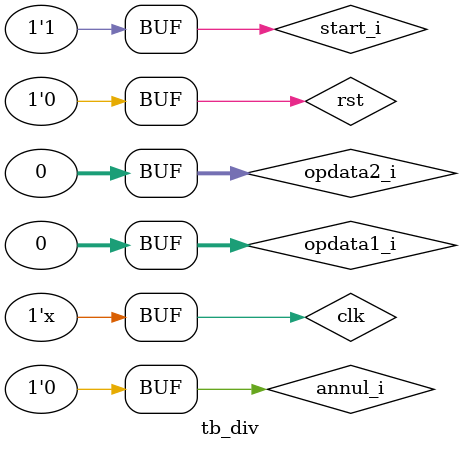
<source format=v>
`timescale 1ns / 1ps
`define PERIOD 100 


module tb_div();
//reg clk;
//reg [31:0]a;
//reg [31:0]b;
//wire [31:0]result;

reg										clk;
reg										rst;
reg                   signed_div_i;
reg[31:0]            opdata1_i;
reg[31:0]		   opdata2_i;
reg                  start_i;
reg                  annul_i;
wire[63:0]             result_o;
wire		          ready_o;

div div0(clk,rst,signed_div_i,opdata1_i,opdata2_i,start_i,annul_i,result_o,ready_o);
initial begin
opdata1_i=0;opdata2_i=0;clk=0;
#10 rst=1;
#100 rst=0;
#100 opdata1_i=25;opdata2_i=5;
   #100 start_i=1;annul_i=0;
#10000 opdata1_i=0;opdata2_i=0;
end
always #(`PERIOD/2) clk=~clk; 

endmodule

</source>
